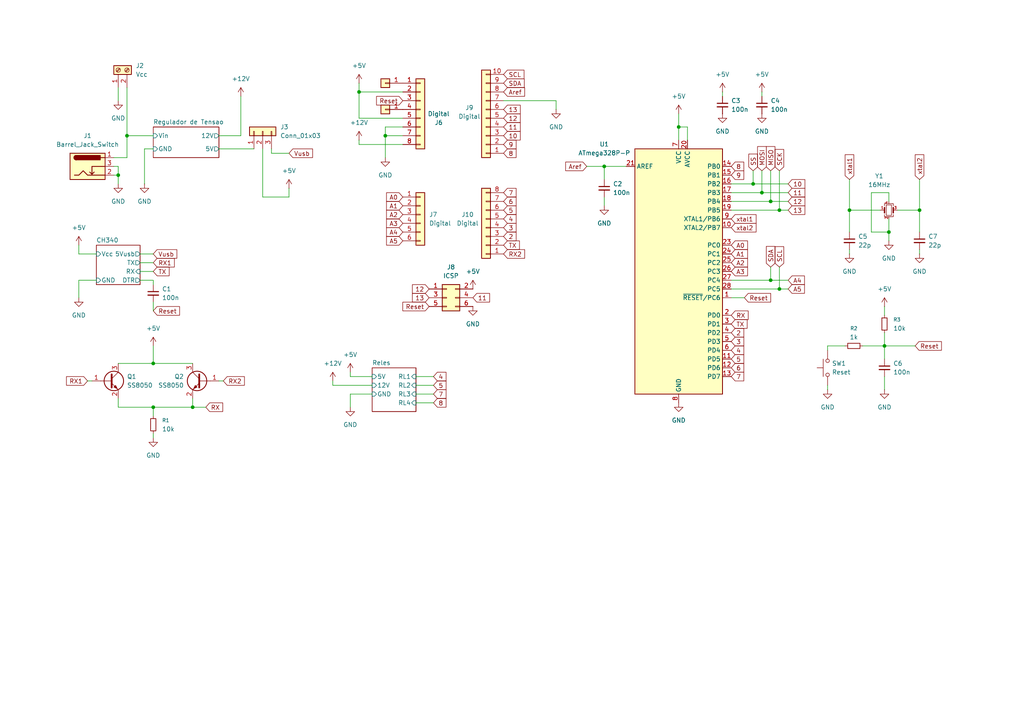
<source format=kicad_sch>
(kicad_sch (version 20250114) (generator "eeschema") (generator_version "9.0")
  (paper "A4")
  (title_block (title "My Custom Arduino") (date "2026-02-14"))
  (lib_symbols
    (symbol "Connector:Barrel_Jack_Switch" (pin_names (hide yes))
      (property "Reference" "J" (at 0 5.334 0))
      (property "Value" "Barrel_Jack_Switch" (at 0 -5.08 0))
      (symbol "Barrel_Jack_Switch_0_1"
        (rectangle (start -5.08 3.81) (end 5.08 -3.81) (stroke (width 0.254)) (fill (type background)))
        (polyline (pts (xy -3.81 -2.54) (xy -2.54 -2.54) (xy -1.27 -1.27) (xy 0 -2.54) (xy 2.54 -2.54) (xy 5.08 -2.54)) (stroke (width 0.254)))
        (arc (start -3.302 1.905) (mid -3.9343 2.54) (end -3.302 3.175) (stroke (width 0.254)))
        (arc (start -3.302 1.905) (mid -3.9343 2.54) (end -3.302 3.175) (stroke (width 0.254)) (fill (type outline)))
        (polyline (pts (xy 1.27 -2.286) (xy 1.905 -1.651)) (stroke (width 0.254)))
        (rectangle (start 3.683 3.175) (end -3.302 1.905) (stroke (width 0.254)) (fill (type outline)))
        (polyline (pts (xy 5.08 2.54) (xy 3.81 2.54)) (stroke (width 0.254)))
        (polyline (pts (xy 5.08 0) (xy 1.27 0) (xy 1.27 -2.286) (xy 0.635 -1.651)) (stroke (width 0.254)))
      )
      (symbol "Barrel_Jack_Switch_1_1"
        (pin passive line (at 7.62 2.54 180) (length 2.54) (name "~") (number "1"))
        (pin passive line (at 7.62 0 180) (length 2.54) (name "~") (number "3"))
        (pin passive line (at 7.62 -2.54 180) (length 2.54) (name "~") (number "2"))
      )
    )
    (symbol "Connector:Screw_Terminal_01x02" (pin_names (offset 1.016) (hide yes))
      (property "Reference" "J" (at 0 2.54 0))
      (property "Value" "Screw_Terminal_01x02" (at 0 -5.08 0))
      (symbol "Screw_Terminal_01x02_1_1"
        (rectangle (start -1.27 1.27) (end 1.27 -3.81) (stroke (width 0.254)) (fill (type background)))
        (polyline (pts (xy -0.5334 0.3302) (xy 0.3302 -0.508)) (stroke (width 0.1524)))
        (polyline (pts (xy -0.5334 -2.2098) (xy 0.3302 -3.048)) (stroke (width 0.1524)))
        (polyline (pts (xy -0.3556 0.508) (xy 0.508 -0.3302)) (stroke (width 0.1524)))
        (polyline (pts (xy -0.3556 -2.032) (xy 0.508 -2.8702)) (stroke (width 0.1524)))
        (circle (center 0 0) (radius 0.635) (stroke (width 0.1524)))
        (circle (center 0 -2.54) (radius 0.635) (stroke (width 0.1524)))
        (pin passive line (at -5.08 0 0) (length 3.81) (name "Pin_1") (number "1"))
        (pin passive line (at -5.08 -2.54 0) (length 3.81) (name "Pin_2") (number "2"))
      )
    )
    (symbol "Connector_Generic:Conn_01x01" (pin_names (offset 1.016) (hide yes))
      (property "Reference" "J" (at 0 2.54 0))
      (property "Value" "Conn_01x01" (at 0 -2.54 0))
      (symbol "Conn_01x01_1_1"
        (rectangle (start -1.27 1.27) (end 1.27 -1.27) (stroke (width 0.254)) (fill (type background)))
        (rectangle (start -1.27 0.127) (end 0 -0.127) (stroke (width 0.1524)))
        (pin passive line (at -5.08 0 0) (length 3.81) (name "Pin_1") (number "1"))
      )
    )
    (symbol "Connector_Generic:Conn_01x03" (pin_names (offset 1.016) (hide yes))
      (property "Reference" "J" (at 0 5.08 0))
      (property "Value" "Conn_01x03" (at 0 -5.08 0))
      (symbol "Conn_01x03_1_1"
        (rectangle (start -1.27 3.81) (end 1.27 -3.81) (stroke (width 0.254)) (fill (type background)))
        (rectangle (start -1.27 2.667) (end 0 2.413) (stroke (width 0.1524)))
        (rectangle (start -1.27 0.127) (end 0 -0.127) (stroke (width 0.1524)))
        (rectangle (start -1.27 -2.413) (end 0 -2.667) (stroke (width 0.1524)))
        (pin passive line (at -5.08 2.54 0) (length 3.81) (name "Pin_1") (number "1"))
        (pin passive line (at -5.08 0 0) (length 3.81) (name "Pin_2") (number "2"))
        (pin passive line (at -5.08 -2.54 0) (length 3.81) (name "Pin_3") (number "3"))
      )
    )
    (symbol "Connector_Generic:Conn_01x06" (pin_names (offset 1.016) (hide yes))
      (property "Reference" "J" (at 0 7.62 0))
      (property "Value" "Conn_01x06" (at 0 -10.16 0))
      (symbol "Conn_01x06_1_1"
        (rectangle (start -1.27 6.35) (end 1.27 -8.89) (stroke (width 0.254)) (fill (type background)))
        (rectangle (start -1.27 5.207) (end 0 4.953) (stroke (width 0.1524)))
        (rectangle (start -1.27 2.667) (end 0 2.413) (stroke (width 0.1524)))
        (rectangle (start -1.27 0.127) (end 0 -0.127) (stroke (width 0.1524)))
        (rectangle (start -1.27 -2.413) (end 0 -2.667) (stroke (width 0.1524)))
        (rectangle (start -1.27 -4.953) (end 0 -5.207) (stroke (width 0.1524)))
        (rectangle (start -1.27 -7.493) (end 0 -7.747) (stroke (width 0.1524)))
        (pin passive line (at -5.08 5.08 0) (length 3.81) (name "Pin_1") (number "1"))
        (pin passive line (at -5.08 2.54 0) (length 3.81) (name "Pin_2") (number "2"))
        (pin passive line (at -5.08 0 0) (length 3.81) (name "Pin_3") (number "3"))
        (pin passive line (at -5.08 -2.54 0) (length 3.81) (name "Pin_4") (number "4"))
        (pin passive line (at -5.08 -5.08 0) (length 3.81) (name "Pin_5") (number "5"))
        (pin passive line (at -5.08 -7.62 0) (length 3.81) (name "Pin_6") (number "6"))
      )
    )
    (symbol "Connector_Generic:Conn_01x08" (pin_names (offset 1.016) (hide yes))
      (property "Reference" "J" (at 0 10.16 0))
      (property "Value" "Conn_01x08" (at 0 -12.7 0))
      (symbol "Conn_01x08_1_1"
        (rectangle (start -1.27 8.89) (end 1.27 -11.43) (stroke (width 0.254)) (fill (type background)))
        (rectangle (start -1.27 7.747) (end 0 7.493) (stroke (width 0.1524)))
        (rectangle (start -1.27 5.207) (end 0 4.953) (stroke (width 0.1524)))
        (rectangle (start -1.27 2.667) (end 0 2.413) (stroke (width 0.1524)))
        (rectangle (start -1.27 0.127) (end 0 -0.127) (stroke (width 0.1524)))
        (rectangle (start -1.27 -2.413) (end 0 -2.667) (stroke (width 0.1524)))
        (rectangle (start -1.27 -4.953) (end 0 -5.207) (stroke (width 0.1524)))
        (rectangle (start -1.27 -7.493) (end 0 -7.747) (stroke (width 0.1524)))
        (rectangle (start -1.27 -10.033) (end 0 -10.287) (stroke (width 0.1524)))
        (pin passive line (at -5.08 7.62 0) (length 3.81) (name "Pin_1") (number "1"))
        (pin passive line (at -5.08 5.08 0) (length 3.81) (name "Pin_2") (number "2"))
        (pin passive line (at -5.08 2.54 0) (length 3.81) (name "Pin_3") (number "3"))
        (pin passive line (at -5.08 0 0) (length 3.81) (name "Pin_4") (number "4"))
        (pin passive line (at -5.08 -2.54 0) (length 3.81) (name "Pin_5") (number "5"))
        (pin passive line (at -5.08 -5.08 0) (length 3.81) (name "Pin_6") (number "6"))
        (pin passive line (at -5.08 -7.62 0) (length 3.81) (name "Pin_7") (number "7"))
        (pin passive line (at -5.08 -10.16 0) (length 3.81) (name "Pin_8") (number "8"))
      )
    )
    (symbol "Connector_Generic:Conn_01x10" (pin_names (offset 1.016) (hide yes))
      (property "Reference" "J" (at 0 12.7 0))
      (property "Value" "Conn_01x10" (at 0 -15.24 0))
      (symbol "Conn_01x10_1_1"
        (rectangle (start -1.27 11.43) (end 1.27 -13.97) (stroke (width 0.254)) (fill (type background)))
        (rectangle (start -1.27 10.287) (end 0 10.033) (stroke (width 0.1524)))
        (rectangle (start -1.27 7.747) (end 0 7.493) (stroke (width 0.1524)))
        (rectangle (start -1.27 5.207) (end 0 4.953) (stroke (width 0.1524)))
        (rectangle (start -1.27 2.667) (end 0 2.413) (stroke (width 0.1524)))
        (rectangle (start -1.27 0.127) (end 0 -0.127) (stroke (width 0.1524)))
        (rectangle (start -1.27 -2.413) (end 0 -2.667) (stroke (width 0.1524)))
        (rectangle (start -1.27 -4.953) (end 0 -5.207) (stroke (width 0.1524)))
        (rectangle (start -1.27 -7.493) (end 0 -7.747) (stroke (width 0.1524)))
        (rectangle (start -1.27 -10.033) (end 0 -10.287) (stroke (width 0.1524)))
        (rectangle (start -1.27 -12.573) (end 0 -12.827) (stroke (width 0.1524)))
        (pin passive line (at -5.08 10.16 0) (length 3.81) (name "Pin_1") (number "1"))
        (pin passive line (at -5.08 7.62 0) (length 3.81) (name "Pin_2") (number "2"))
        (pin passive line (at -5.08 5.08 0) (length 3.81) (name "Pin_3") (number "3"))
        (pin passive line (at -5.08 2.54 0) (length 3.81) (name "Pin_4") (number "4"))
        (pin passive line (at -5.08 0 0) (length 3.81) (name "Pin_5") (number "5"))
        (pin passive line (at -5.08 -2.54 0) (length 3.81) (name "Pin_6") (number "6"))
        (pin passive line (at -5.08 -5.08 0) (length 3.81) (name "Pin_7") (number "7"))
        (pin passive line (at -5.08 -7.62 0) (length 3.81) (name "Pin_8") (number "8"))
        (pin passive line (at -5.08 -10.16 0) (length 3.81) (name "Pin_9") (number "9"))
        (pin passive line (at -5.08 -12.7 0) (length 3.81) (name "Pin_10") (number "10"))
      )
    )
    (symbol "Connector_Generic:Conn_02x03_Odd_Even" (pin_names (offset 1.016) (hide yes))
      (property "Reference" "J" (at 1.27 5.08 0))
      (property "Value" "Conn_02x03_Odd_Even" (at 1.27 -5.08 0))
      (symbol "Conn_02x03_Odd_Even_1_1"
        (rectangle (start -1.27 3.81) (end 3.81 -3.81) (stroke (width 0.254)) (fill (type background)))
        (rectangle (start -1.27 2.667) (end 0 2.413) (stroke (width 0.1524)))
        (rectangle (start -1.27 0.127) (end 0 -0.127) (stroke (width 0.1524)))
        (rectangle (start -1.27 -2.413) (end 0 -2.667) (stroke (width 0.1524)))
        (rectangle (start 3.81 2.667) (end 2.54 2.413) (stroke (width 0.1524)))
        (rectangle (start 3.81 0.127) (end 2.54 -0.127) (stroke (width 0.1524)))
        (rectangle (start 3.81 -2.413) (end 2.54 -2.667) (stroke (width 0.1524)))
        (pin passive line (at -5.08 2.54 0) (length 3.81) (name "Pin_1") (number "1"))
        (pin passive line (at -5.08 0 0) (length 3.81) (name "Pin_3") (number "3"))
        (pin passive line (at -5.08 -2.54 0) (length 3.81) (name "Pin_5") (number "5"))
        (pin passive line (at 7.62 2.54 180) (length 3.81) (name "Pin_2") (number "2"))
        (pin passive line (at 7.62 0 180) (length 3.81) (name "Pin_4") (number "4"))
        (pin passive line (at 7.62 -2.54 180) (length 3.81) (name "Pin_6") (number "6"))
      )
    )
    (symbol "Device:C_Small" (pin_numbers (hide yes)) (pin_names (offset 0.254) (hide yes))
      (property "Reference" "C" (at 0.254 1.778 0))
      (property "Value" "C_Small" (at 0.254 -2.032 0))
      (symbol "C_Small_0_1"
        (polyline (pts (xy -1.524 0.508) (xy 1.524 0.508)) (stroke (width 0.3048)))
        (polyline (pts (xy -1.524 -0.508) (xy 1.524 -0.508)) (stroke (width 0.3302)))
      )
      (symbol "C_Small_1_1"
        (pin passive line (at 0 2.54 270) (length 2.032) (name "~") (number "1"))
        (pin passive line (at 0 -2.54 90) (length 2.032) (name "~") (number "2"))
      )
    )
    (symbol "Device:Crystal_GND24_Small" (pin_names (offset 1.016) (hide yes))
      (property "Reference" "Y" (at 1.27 4.445 0))
      (property "Value" "Crystal_GND24_Small" (at 1.27 2.54 0))
      (symbol "Crystal_GND24_Small_0_1"
        (polyline (pts (xy -1.27 1.27) (xy -1.27 1.905) (xy 1.27 1.905) (xy 1.27 1.27)))
        (polyline (pts (xy -1.27 -0.762) (xy -1.27 0.762)) (stroke (width 0.381)))
        (polyline (pts (xy -1.27 -1.27) (xy -1.27 -1.905) (xy 1.27 -1.905) (xy 1.27 -1.27)))
        (rectangle (start -0.762 -1.524) (end 0.762 1.524))
        (polyline (pts (xy 1.27 -0.762) (xy 1.27 0.762)) (stroke (width 0.381)))
      )
      (symbol "Crystal_GND24_Small_1_1"
        (pin passive line (at -2.54 0 0) (length 1.27) (name "1") (number "1"))
        (pin passive line (at 0 2.54 270) (length 0.635) (name "4") (number "4"))
        (pin passive line (at 0 -2.54 90) (length 0.635) (name "2") (number "2"))
        (pin passive line (at 2.54 0 180) (length 1.27) (name "3") (number "3"))
      )
    )
    (symbol "Device:R_Small" (pin_numbers (hide yes)) (pin_names (offset 0.254) (hide yes))
      (property "Reference" "R" (at 0 0 90))
      (property "Value" "R_Small" (at 1.778 0 90))
      (symbol "R_Small_0_1"
        (rectangle (start -0.762 1.778) (end 0.762 -1.778) (stroke (width 0.2032)))
      )
      (symbol "R_Small_1_1"
        (pin passive line (at 0 2.54 270) (length 0.762) (name "~") (number "1"))
        (pin passive line (at 0 -2.54 90) (length 0.762) (name "~") (number "2"))
      )
    )
    (symbol "MCU_Microchip_ATmega:ATmega328P-P"
      (property "Reference" "U" (at -12.7 36.83 0))
      (property "Value" "ATmega328P-P" (at 2.54 -36.83 0))
      (symbol "ATmega328P-P_0_1"
        (rectangle (start -12.7 -35.56) (end 12.7 35.56) (stroke (width 0.254)) (fill (type background)))
      )
      (symbol "ATmega328P-P_1_1"
        (pin passive line (at -15.24 30.48 0) (length 2.54) (name "AREF") (number "21"))
        (pin power_in line (at 0 38.1 270) (length 2.54) (name "VCC") (number "7"))
        (pin passive line (at 0 -38.1 90) (length 2.54) (hide yes) (name "GND") (number "22"))
        (pin power_in line (at 0 -38.1 90) (length 2.54) (name "GND") (number "8"))
        (pin power_in line (at 2.54 38.1 270) (length 2.54) (name "AVCC") (number "20"))
        (pin bidirectional line (at 15.24 30.48 180) (length 2.54) (name "PB0") (number "14"))
        (pin bidirectional line (at 15.24 27.94 180) (length 2.54) (name "PB1") (number "15"))
        (pin bidirectional line (at 15.24 25.4 180) (length 2.54) (name "PB2") (number "16"))
        (pin bidirectional line (at 15.24 22.86 180) (length 2.54) (name "PB3") (number "17"))
        (pin bidirectional line (at 15.24 20.32 180) (length 2.54) (name "PB4") (number "18"))
        (pin bidirectional line (at 15.24 17.78 180) (length 2.54) (name "PB5") (number "19"))
        (pin bidirectional line (at 15.24 15.24 180) (length 2.54) (name "XTAL1/PB6") (number "9"))
        (pin bidirectional line (at 15.24 12.7 180) (length 2.54) (name "XTAL2/PB7") (number "10"))
        (pin bidirectional line (at 15.24 7.62 180) (length 2.54) (name "PC0") (number "23"))
        (pin bidirectional line (at 15.24 5.08 180) (length 2.54) (name "PC1") (number "24"))
        (pin bidirectional line (at 15.24 2.54 180) (length 2.54) (name "PC2") (number "25"))
        (pin bidirectional line (at 15.24 0 180) (length 2.54) (name "PC3") (number "26"))
        (pin bidirectional line (at 15.24 -2.54 180) (length 2.54) (name "PC4") (number "27"))
        (pin bidirectional line (at 15.24 -5.08 180) (length 2.54) (name "PC5") (number "28"))
        (pin bidirectional line (at 15.24 -7.62 180) (length 2.54) (name "~{RESET}/PC6") (number "1"))
        (pin bidirectional line (at 15.24 -12.7 180) (length 2.54) (name "PD0") (number "2"))
        (pin bidirectional line (at 15.24 -15.24 180) (length 2.54) (name "PD1") (number "3"))
        (pin bidirectional line (at 15.24 -17.78 180) (length 2.54) (name "PD2") (number "4"))
        (pin bidirectional line (at 15.24 -20.32 180) (length 2.54) (name "PD3") (number "5"))
        (pin bidirectional line (at 15.24 -22.86 180) (length 2.54) (name "PD4") (number "6"))
        (pin bidirectional line (at 15.24 -25.4 180) (length 2.54) (name "PD5") (number "11"))
        (pin bidirectional line (at 15.24 -27.94 180) (length 2.54) (name "PD6") (number "12"))
        (pin bidirectional line (at 15.24 -30.48 180) (length 2.54) (name "PD7") (number "13"))
      )
    )
    (symbol "Switch:SW_MEC_5G" (pin_numbers (hide yes)) (pin_names (offset 1.016) (hide yes))
      (property "Reference" "SW" (at 1.27 2.54 0))
      (property "Value" "SW_MEC_5G" (at 0 -1.524 0))
      (symbol "SW_MEC_5G_0_1"
        (circle (center -2.032 0) (radius 0.508))
        (polyline (pts (xy 0 1.27) (xy 0 3.048)))
        (circle (center 2.032 0) (radius 0.508))
        (polyline (pts (xy 2.54 1.27) (xy -2.54 1.27)))
        (pin passive line (at -5.08 0 0) (length 2.54) (name "A") (number "1"))
        (pin passive line (at 5.08 0 180) (length 2.54) (name "B") (number "3"))
      )
      (symbol "SW_MEC_5G_1_1"
        (pin passive line (at -5.08 0 0) (length 2.54) (hide yes) (name "A") (number "2"))
        (pin passive line (at 5.08 0 180) (length 2.54) (hide yes) (name "B") (number "4"))
      )
    )
    (symbol "Transistor_BJT:SS8050" (pin_names (offset 0) (hide yes))
      (property "Reference" "Q" (at 5.08 1.905 0))
      (property "Value" "SS8050" (at 5.08 0 0))
      (symbol "SS8050_0_1"
        (polyline (pts (xy -2.54 0) (xy 0.635 0)))
        (polyline (pts (xy 0.635 1.905) (xy 0.635 -1.905)) (stroke (width 0.508)))
        (circle (center 1.27 0) (radius 2.8194) (stroke (width 0.254)))
      )
      (symbol "SS8050_1_1"
        (polyline (pts (xy 0.635 0.635) (xy 2.54 2.54)))
        (polyline (pts (xy 0.635 -0.635) (xy 2.54 -2.54)))
        (polyline (pts (xy 1.27 -1.778) (xy 1.778 -1.27) (xy 2.286 -2.286) (xy 1.27 -1.778)) (fill (type outline)))
        (pin input line (at -5.08 0 0) (length 2.54) (name "B") (number "1"))
        (pin passive line (at 2.54 5.08 270) (length 2.54) (name "C") (number "3"))
        (pin passive line (at 2.54 -5.08 90) (length 2.54) (name "E") (number "2"))
      )
    )
    (symbol "power:+12V" (power) (pin_numbers (hide yes)) (pin_names (offset 0) (hide yes))
      (property "Value" "+12V" (at 0 3.556 0))
      (symbol "+12V_0_1"
        (polyline (pts (xy -0.762 1.27) (xy 0 2.54)))
        (polyline (pts (xy 0 2.54) (xy 0.762 1.27)))
        (polyline (pts (xy 0 0) (xy 0 2.54)))
      )
      (symbol "+12V_1_1"
        (pin power_in line (at 0 0 90) (length 0) (name "~") (number "1"))
      )
    )
    (symbol "power:+5V" (power) (pin_numbers (hide yes)) (pin_names (offset 0) (hide yes))
      (property "Value" "+5V" (at 0 3.556 0))
      (symbol "+5V_0_1"
        (polyline (pts (xy -0.762 1.27) (xy 0 2.54)))
        (polyline (pts (xy 0 2.54) (xy 0.762 1.27)))
        (polyline (pts (xy 0 0) (xy 0 2.54)))
      )
      (symbol "+5V_1_1"
        (pin power_in line (at 0 0 90) (length 0) (name "~") (number "1"))
      )
    )
    (symbol "power:GND" (power) (pin_numbers (hide yes)) (pin_names (offset 0) (hide yes))
      (property "Value" "GND" (at 0 -3.81 0))
      (symbol "GND_0_1"
        (polyline (pts (xy 0 0) (xy 0 -1.27) (xy 1.27 -1.27) (xy 0 -2.54) (xy -1.27 -1.27) (xy 0 -1.27)))
      )
      (symbol "GND_1_1"
        (pin power_in line (at 0 0 270) (length 0) (name "~") (number "1"))
      )
    )
  )
  (junction (at 223.52 81.28))
  (junction (at 55.88 118.11))
  (junction (at 257.81 67.31))
  (junction (at 223.52 58.42))
  (junction (at 226.06 83.82))
  (junction (at 196.85 36.83))
  (junction (at 111.76 39.37))
  (junction (at 256.54 100.33))
  (junction (at 44.45 105.41))
  (junction (at 266.7 60.96))
  (junction (at 104.14 26.67))
  (junction (at 218.44 53.34))
  (junction (at 220.98 55.88))
  (junction (at 34.29 50.8))
  (junction (at 44.45 118.11))
  (junction (at 175.26 48.26))
  (junction (at 226.06 60.96))
  (junction (at 246.38 60.96))
  (junction (at 36.83 39.37))
  (wire (pts (xy 256.54 100.33) (xy 265.43 100.33)))
  (wire (pts (xy 220.98 55.88) (xy 228.6 55.88)))
  (wire (pts (xy 40.64 76.2) (xy 44.45 76.2)))
  (wire (pts (xy 40.64 73.66) (xy 44.45 73.66)))
  (wire (pts (xy 218.44 53.34) (xy 228.6 53.34)))
  (wire (pts (xy 212.09 83.82) (xy 226.06 83.82)))
  (wire (pts (xy 33.02 50.8) (xy 34.29 50.8)))
  (wire (pts (xy 33.02 48.26) (xy 34.29 48.26)))
  (wire (pts (xy 76.2 57.15) (xy 83.82 57.15)))
  (wire (pts (xy 33.02 45.72) (xy 36.83 45.72)))
  (wire (pts (xy 212.09 58.42) (xy 223.52 58.42)))
  (wire (pts (xy 220.98 49.53) (xy 220.98 55.88)))
  (wire (pts (xy 246.38 52.07) (xy 246.38 60.96)))
  (wire (pts (xy 120.65 109.22) (xy 125.73 109.22)))
  (wire (pts (xy 104.14 26.67) (xy 104.14 24.13)))
  (wire (pts (xy 101.6 109.22) (xy 101.6 107.95)))
  (wire (pts (xy 209.55 26.67) (xy 209.55 27.94)))
  (wire (pts (xy 175.26 48.26) (xy 181.61 48.26)))
  (wire (pts (xy 212.09 55.88) (xy 220.98 55.88)))
  (wire (pts (xy 34.29 50.8) (xy 34.29 53.34)))
  (wire (pts (xy 44.45 43.18) (xy 41.91 43.18)))
  (wire (pts (xy 44.45 87.63) (xy 44.45 90.17)))
  (wire (pts (xy 34.29 105.41) (xy 44.45 105.41)))
  (wire (pts (xy 226.06 77.47) (xy 226.06 83.82)))
  (wire (pts (xy 246.38 72.39) (xy 246.38 73.66)))
  (wire (pts (xy 34.29 48.26) (xy 34.29 50.8)))
  (wire (pts (xy 266.7 72.39) (xy 266.7 73.66)))
  (wire (pts (xy 44.45 100.33) (xy 44.45 105.41)))
  (wire (pts (xy 266.7 60.96) (xy 266.7 67.31)))
  (wire (pts (xy 212.09 81.28) (xy 223.52 81.28)))
  (wire (pts (xy 260.35 60.96) (xy 266.7 60.96)))
  (wire (pts (xy 120.65 111.76) (xy 125.73 111.76)))
  (wire (pts (xy 22.86 71.12) (xy 22.86 73.66)))
  (wire (pts (xy 116.84 34.29) (xy 104.14 34.29)))
  (wire (pts (xy 27.94 81.28) (xy 22.86 81.28)))
  (wire (pts (xy 246.38 60.96) (xy 255.27 60.96)))
  (wire (pts (xy 212.09 53.34) (xy 218.44 53.34)))
  (wire (pts (xy 83.82 57.15) (xy 83.82 54.61)))
  (wire (pts (xy 104.14 26.67) (xy 116.84 26.67)))
  (wire (pts (xy 76.2 43.18) (xy 76.2 57.15)))
  (wire (pts (xy 78.74 43.18) (xy 78.74 44.45)))
  (wire (pts (xy 257.81 67.31) (xy 257.81 69.85)))
  (wire (pts (xy 40.64 78.74) (xy 44.45 78.74)))
  (wire (pts (xy 196.85 36.83) (xy 196.85 40.64)))
  (wire (pts (xy 44.45 125.73) (xy 44.45 127)))
  (wire (pts (xy 257.81 55.88) (xy 252.73 55.88)))
  (wire (pts (xy 34.29 118.11) (xy 34.29 115.57)))
  (wire (pts (xy 69.85 27.94) (xy 69.85 39.37)))
  (wire (pts (xy 256.54 109.22) (xy 256.54 113.03)))
  (wire (pts (xy 256.54 100.33) (xy 256.54 104.14)))
  (wire (pts (xy 223.52 49.53) (xy 223.52 58.42)))
  (wire (pts (xy 199.39 36.83) (xy 196.85 36.83)))
  (wire (pts (xy 107.95 114.3) (xy 101.6 114.3)))
  (wire (pts (xy 223.52 81.28) (xy 228.6 81.28)))
  (wire (pts (xy 41.91 43.18) (xy 41.91 53.34)))
  (wire (pts (xy 212.09 60.96) (xy 226.06 60.96)))
  (wire (pts (xy 104.14 41.91) (xy 104.14 40.64)))
  (wire (pts (xy 196.85 33.02) (xy 196.85 36.83)))
  (wire (pts (xy 266.7 52.07) (xy 266.7 60.96)))
  (wire (pts (xy 120.65 114.3) (xy 125.73 114.3)))
  (wire (pts (xy 257.81 55.88) (xy 257.81 58.42)))
  (wire (pts (xy 111.76 39.37) (xy 116.84 39.37)))
  (wire (pts (xy 22.86 73.66) (xy 27.94 73.66)))
  (wire (pts (xy 104.14 34.29) (xy 104.14 26.67)))
  (wire (pts (xy 55.88 118.11) (xy 59.69 118.11)))
  (wire (pts (xy 212.09 86.36) (xy 215.9 86.36)))
  (wire (pts (xy 175.26 57.15) (xy 175.26 59.69)))
  (wire (pts (xy 78.74 44.45) (xy 83.82 44.45)))
  (wire (pts (xy 40.64 81.28) (xy 44.45 81.28)))
  (wire (pts (xy 55.88 118.11) (xy 55.88 115.57)))
  (wire (pts (xy 199.39 40.64) (xy 199.39 36.83)))
  (wire (pts (xy 226.06 49.53) (xy 226.06 60.96)))
  (wire (pts (xy 44.45 105.41) (xy 55.88 105.41)))
  (wire (pts (xy 223.52 77.47) (xy 223.52 81.28)))
  (wire (pts (xy 252.73 67.31) (xy 257.81 67.31)))
  (wire (pts (xy 44.45 118.11) (xy 55.88 118.11)))
  (wire (pts (xy 111.76 36.83) (xy 116.84 36.83)))
  (wire (pts (xy 25.4 110.49) (xy 26.67 110.49)))
  (wire (pts (xy 111.76 39.37) (xy 111.76 36.83)))
  (wire (pts (xy 240.03 100.33) (xy 240.03 101.6)))
  (wire (pts (xy 252.73 55.88) (xy 252.73 67.31)))
  (wire (pts (xy 101.6 114.3) (xy 101.6 118.11)))
  (wire (pts (xy 223.52 58.42) (xy 228.6 58.42)))
  (wire (pts (xy 250.19 100.33) (xy 256.54 100.33)))
  (wire (pts (xy 34.29 118.11) (xy 44.45 118.11)))
  (wire (pts (xy 245.11 100.33) (xy 240.03 100.33)))
  (wire (pts (xy 170.18 48.26) (xy 175.26 48.26)))
  (wire (pts (xy 226.06 60.96) (xy 228.6 60.96)))
  (wire (pts (xy 107.95 109.22) (xy 101.6 109.22)))
  (wire (pts (xy 44.45 81.28) (xy 44.45 82.55)))
  (wire (pts (xy 246.38 67.31) (xy 246.38 60.96)))
  (wire (pts (xy 175.26 48.26) (xy 175.26 52.07)))
  (wire (pts (xy 226.06 83.82) (xy 228.6 83.82)))
  (wire (pts (xy 36.83 45.72) (xy 36.83 39.37)))
  (wire (pts (xy 36.83 39.37) (xy 44.45 39.37)))
  (wire (pts (xy 44.45 118.11) (xy 44.45 120.65)))
  (wire (pts (xy 256.54 96.52) (xy 256.54 100.33)))
  (wire (pts (xy 257.81 63.5) (xy 257.81 67.31)))
  (wire (pts (xy 69.85 39.37) (xy 63.5 39.37)))
  (wire (pts (xy 63.5 43.18) (xy 73.66 43.18)))
  (wire (pts (xy 22.86 81.28) (xy 22.86 86.36)))
  (wire (pts (xy 34.29 25.4) (xy 34.29 29.21)))
  (wire (pts (xy 161.29 29.21) (xy 161.29 31.75)))
  (wire (pts (xy 36.83 25.4) (xy 36.83 39.37)))
  (wire (pts (xy 116.84 41.91) (xy 104.14 41.91)))
  (wire (pts (xy 240.03 111.76) (xy 240.03 113.03)))
  (wire (pts (xy 146.05 29.21) (xy 161.29 29.21)))
  (wire (pts (xy 111.76 45.72) (xy 111.76 39.37)))
  (wire (pts (xy 218.44 49.53) (xy 218.44 53.34)))
  (wire (pts (xy 96.52 111.76) (xy 107.95 111.76)))
  (wire (pts (xy 220.98 26.67) (xy 220.98 27.94)))
  (wire (pts (xy 256.54 88.9) (xy 256.54 91.44)))
  (wire (pts (xy 96.52 110.49) (xy 96.52 111.76)))
  (wire (pts (xy 120.65 116.84) (xy 125.73 116.84)))
  (wire (pts (xy 63.5 110.49) (xy 64.77 110.49)))
  (global_label "MOSI" (shape input) (at 220.98 49.53 90) (property "Intersheetrefs" "${INTERSHEET_REFS}" (effects (hide yes))))
  (global_label "Reset" (shape input) (at 265.43 100.33 0) (property "Intersheetrefs" "${INTERSHEET_REFS}" (effects (hide yes))))
  (global_label "A4" (shape input) (at 116.84 67.31 180) (property "Intersheetrefs" "${INTERSHEET_REFS}" (effects (hide yes))))
  (global_label "Vusb" (shape input) (at 44.45 73.66 0) (property "Intersheetrefs" "${INTERSHEET_REFS}" (effects (hide yes))))
  (global_label "7" (shape input) (at 125.73 114.3 0) (property "Intersheetrefs" "${INTERSHEET_REFS}" (effects (hide yes))))
  (global_label "12" (shape input) (at 124.46 83.82 180) (property "Intersheetrefs" "${INTERSHEET_REFS}" (effects (hide yes))))
  (global_label "Reset" (shape input) (at 124.46 88.9 180) (property "Intersheetrefs" "${INTERSHEET_REFS}" (effects (hide yes))))
  (global_label "SCL" (shape input) (at 146.05 21.59 0) (property "Intersheetrefs" "${INTERSHEET_REFS}" (effects (hide yes))))
  (global_label "SDA" (shape input) (at 223.52 77.47 90) (property "Intersheetrefs" "${INTERSHEET_REFS}" (effects (hide yes))))
  (global_label "12" (shape input) (at 228.6 58.42 0) (property "Intersheetrefs" "${INTERSHEET_REFS}" (effects (hide yes))))
  (global_label "6" (shape input) (at 146.05 58.42 0) (property "Intersheetrefs" "${INTERSHEET_REFS}" (effects (hide yes))))
  (global_label "TX" (shape input) (at 212.09 93.98 0) (property "Intersheetrefs" "${INTERSHEET_REFS}" (effects (hide yes))))
  (global_label "Reset" (shape input) (at 44.45 90.17 0) (property "Intersheetrefs" "${INTERSHEET_REFS}" (effects (hide yes))))
  (global_label "xtal1" (shape input) (at 212.09 63.5 0) (property "Intersheetrefs" "${INTERSHEET_REFS}" (effects (hide yes))))
  (global_label "xtal1" (shape input) (at 246.38 52.07 90) (property "Intersheetrefs" "${INTERSHEET_REFS}" (effects (hide yes))))
  (global_label "5" (shape input) (at 212.09 104.14 0) (property "Intersheetrefs" "${INTERSHEET_REFS}" (effects (hide yes))))
  (global_label "10" (shape input) (at 228.6 53.34 0) (property "Intersheetrefs" "${INTERSHEET_REFS}" (effects (hide yes))))
  (global_label "A1" (shape input) (at 116.84 59.69 180) (property "Intersheetrefs" "${INTERSHEET_REFS}" (effects (hide yes))))
  (global_label "11" (shape input) (at 146.05 36.83 0) (property "Intersheetrefs" "${INTERSHEET_REFS}" (effects (hide yes))))
  (global_label "13" (shape input) (at 146.05 31.75 0) (property "Intersheetrefs" "${INTERSHEET_REFS}" (effects (hide yes))))
  (global_label "11" (shape input) (at 228.6 55.88 0) (property "Intersheetrefs" "${INTERSHEET_REFS}" (effects (hide yes))))
  (global_label "Reset" (shape input) (at 215.9 86.36 0) (property "Intersheetrefs" "${INTERSHEET_REFS}" (effects (hide yes))))
  (global_label "4" (shape input) (at 125.73 109.22 0) (property "Intersheetrefs" "${INTERSHEET_REFS}" (effects (hide yes))))
  (global_label "10" (shape input) (at 146.05 39.37 0) (property "Intersheetrefs" "${INTERSHEET_REFS}" (effects (hide yes))))
  (global_label "RX" (shape input) (at 212.09 91.44 0) (property "Intersheetrefs" "${INTERSHEET_REFS}" (effects (hide yes))))
  (global_label "3" (shape input) (at 146.05 66.04 0) (property "Intersheetrefs" "${INTERSHEET_REFS}" (effects (hide yes))))
  (global_label "SCL" (shape input) (at 226.06 77.47 90) (property "Intersheetrefs" "${INTERSHEET_REFS}" (effects (hide yes))))
  (global_label "A5" (shape input) (at 116.84 69.85 180) (property "Intersheetrefs" "${INTERSHEET_REFS}" (effects (hide yes))))
  (global_label "RX1" (shape input) (at 44.45 76.2 0) (property "Intersheetrefs" "${INTERSHEET_REFS}" (effects (hide yes))))
  (global_label "Aref" (shape input) (at 146.05 26.67 0) (property "Intersheetrefs" "${INTERSHEET_REFS}" (effects (hide yes))))
  (global_label "4" (shape input) (at 146.05 63.5 0) (property "Intersheetrefs" "${INTERSHEET_REFS}" (effects (hide yes))))
  (global_label "RX2" (shape input) (at 146.05 73.66 0) (property "Intersheetrefs" "${INTERSHEET_REFS}" (effects (hide yes))))
  (global_label "8" (shape input) (at 212.09 48.26 0) (property "Intersheetrefs" "${INTERSHEET_REFS}" (effects (hide yes))))
  (global_label "RX1" (shape input) (at 25.4 110.49 180) (property "Intersheetrefs" "${INTERSHEET_REFS}" (effects (hide yes))))
  (global_label "5" (shape input) (at 146.05 60.96 0) (property "Intersheetrefs" "${INTERSHEET_REFS}" (effects (hide yes))))
  (global_label "6" (shape input) (at 212.09 106.68 0) (property "Intersheetrefs" "${INTERSHEET_REFS}" (effects (hide yes))))
  (global_label "SCK" (shape input) (at 226.06 49.53 90) (property "Intersheetrefs" "${INTERSHEET_REFS}" (effects (hide yes))))
  (global_label "SDA" (shape input) (at 146.05 24.13 0) (property "Intersheetrefs" "${INTERSHEET_REFS}" (effects (hide yes))))
  (global_label "7" (shape input) (at 212.09 109.22 0) (property "Intersheetrefs" "${INTERSHEET_REFS}" (effects (hide yes))))
  (global_label "A2" (shape input) (at 116.84 62.23 180) (property "Intersheetrefs" "${INTERSHEET_REFS}" (effects (hide yes))))
  (global_label "xtal2" (shape input) (at 266.7 52.07 90) (property "Intersheetrefs" "${INTERSHEET_REFS}" (effects (hide yes))))
  (global_label "TX" (shape input) (at 44.45 78.74 0) (property "Intersheetrefs" "${INTERSHEET_REFS}" (effects (hide yes))))
  (global_label "A0" (shape input) (at 212.09 71.12 0) (property "Intersheetrefs" "${INTERSHEET_REFS}" (effects (hide yes))))
  (global_label "12" (shape input) (at 146.05 34.29 0) (property "Intersheetrefs" "${INTERSHEET_REFS}" (effects (hide yes))))
  (global_label "Aref" (shape input) (at 170.18 48.26 180) (property "Intersheetrefs" "${INTERSHEET_REFS}" (effects (hide yes))))
  (global_label "8" (shape input) (at 125.73 116.84 0) (property "Intersheetrefs" "${INTERSHEET_REFS}" (effects (hide yes))))
  (global_label "2" (shape input) (at 146.05 68.58 0) (property "Intersheetrefs" "${INTERSHEET_REFS}" (effects (hide yes))))
  (global_label "2" (shape input) (at 212.09 96.52 0) (property "Intersheetrefs" "${INTERSHEET_REFS}" (effects (hide yes))))
  (global_label "Reset" (shape input) (at 116.84 29.21 180) (property "Intersheetrefs" "${INTERSHEET_REFS}" (effects (hide yes))))
  (global_label "RX2" (shape input) (at 64.77 110.49 0) (property "Intersheetrefs" "${INTERSHEET_REFS}" (effects (hide yes))))
  (global_label "A3" (shape input) (at 116.84 64.77 180) (property "Intersheetrefs" "${INTERSHEET_REFS}" (effects (hide yes))))
  (global_label "A4" (shape input) (at 228.6 81.28 0) (property "Intersheetrefs" "${INTERSHEET_REFS}" (effects (hide yes))))
  (global_label "A5" (shape input) (at 228.6 83.82 0) (property "Intersheetrefs" "${INTERSHEET_REFS}" (effects (hide yes))))
  (global_label "A3" (shape input) (at 212.09 78.74 0) (property "Intersheetrefs" "${INTERSHEET_REFS}" (effects (hide yes))))
  (global_label "xtal2" (shape input) (at 212.09 66.04 0) (property "Intersheetrefs" "${INTERSHEET_REFS}" (effects (hide yes))))
  (global_label "A2" (shape input) (at 212.09 76.2 0) (property "Intersheetrefs" "${INTERSHEET_REFS}" (effects (hide yes))))
  (global_label "A1" (shape input) (at 212.09 73.66 0) (property "Intersheetrefs" "${INTERSHEET_REFS}" (effects (hide yes))))
  (global_label "RX" (shape input) (at 59.69 118.11 0) (property "Intersheetrefs" "${INTERSHEET_REFS}" (effects (hide yes))))
  (global_label "A0" (shape input) (at 116.84 57.15 180) (property "Intersheetrefs" "${INTERSHEET_REFS}" (effects (hide yes))))
  (global_label "13" (shape input) (at 228.6 60.96 0) (property "Intersheetrefs" "${INTERSHEET_REFS}" (effects (hide yes))))
  (global_label "SS" (shape input) (at 218.44 49.53 90) (property "Intersheetrefs" "${INTERSHEET_REFS}" (effects (hide yes))))
  (global_label "Vusb" (shape input) (at 83.82 44.45 0) (property "Intersheetrefs" "${INTERSHEET_REFS}" (effects (hide yes))))
  (global_label "7" (shape input) (at 146.05 55.88 0) (property "Intersheetrefs" "${INTERSHEET_REFS}" (effects (hide yes))))
  (global_label "4" (shape input) (at 212.09 101.6 0) (property "Intersheetrefs" "${INTERSHEET_REFS}" (effects (hide yes))))
  (global_label "13" (shape input) (at 124.46 86.36 180) (property "Intersheetrefs" "${INTERSHEET_REFS}" (effects (hide yes))))
  (global_label "9" (shape input) (at 146.05 41.91 0) (property "Intersheetrefs" "${INTERSHEET_REFS}" (effects (hide yes))))
  (global_label "MISO" (shape input) (at 223.52 49.53 90) (property "Intersheetrefs" "${INTERSHEET_REFS}" (effects (hide yes))))
  (global_label "3" (shape input) (at 212.09 99.06 0) (property "Intersheetrefs" "${INTERSHEET_REFS}" (effects (hide yes))))
  (global_label "11" (shape input) (at 137.16 86.36 0) (property "Intersheetrefs" "${INTERSHEET_REFS}" (effects (hide yes))))
  (global_label "TX" (shape input) (at 146.05 71.12 0) (property "Intersheetrefs" "${INTERSHEET_REFS}" (effects (hide yes))))
  (global_label "8" (shape input) (at 146.05 44.45 0) (property "Intersheetrefs" "${INTERSHEET_REFS}" (effects (hide yes))))
  (global_label "5" (shape input) (at 125.73 111.76 0) (property "Intersheetrefs" "${INTERSHEET_REFS}" (effects (hide yes))))
  (global_label "9" (shape input) (at 212.09 50.8 0) (property "Intersheetrefs" "${INTERSHEET_REFS}" (effects (hide yes))))
  (symbol (lib_id "Connector_Generic:Conn_01x06") (at 121.92 62.23 0) (unit 1)
    (property "Reference" "J7" (at 124.46 62.2299 0) (effects (justify left)))
    (property "Value" "Digital" (at 124.46 64.7699 0) (effects (justify left)))
    (property "Description" "Generic connector, single row, 01x06, script generated (kicad-library-utils/schlib/autogen/connector/)" (effects (hide yes)))
  )
  (symbol (lib_id "power:GND") (at 34.29 29.21 0) (unit 1)
    (property "Reference" "#PWR03" (effects (hide yes)))
    (property "Value" "GND" (at 34.29 34.29 0))
    (property "Description" "Power symbol creates a global label with name \"GND\" , ground" (effects (hide yes)))
  )
  (symbol (lib_id "Transistor_BJT:SS8050") (at 58.42 110.49 0) (mirror y) (unit 1)
    (property "Reference" "Q2" (at 53.34 109.2199 0) (effects (justify left)))
    (property "Value" "SS8050" (at 53.34 111.7599 0) (effects (justify left)))
    (property "Footprint" "Package_TO_SOT_SMD:SOT-23" (effects (hide yes)))
    (property "Datasheet" "http://www.secosgmbh.com/datasheet/products/SSMPTransistor/SOT-23/SS8050.pdf" (effects (hide yes)))
    (property "Description" "General Purpose NPN Transistor, 1.5A Ic, 25V Vce, SOT-23" (effects (hide yes)))
  )
  (symbol (lib_id "power:GND") (at 240.03 113.03 0) (unit 1)
    (property "Reference" "#PWR023" (effects (hide yes)))
    (property "Value" "GND" (at 240.03 118.11 0))
    (property "Description" "Power symbol creates a global label with name \"GND\" , ground" (effects (hide yes)))
  )
  (symbol (lib_id "Device:C_Small") (at 209.55 30.48 0) (unit 1)
    (property "Reference" "C3" (at 212.09 29.2162 0) (effects (justify left)))
    (property "Value" "100n" (at 212.09 31.7562 0) (effects (justify left)))
    (property "Description" "Unpolarized capacitor, small symbol" (effects (hide yes)))
  )
  (symbol (lib_id "Connector_Generic:Conn_01x01") (at 111.76 31.75 180) (unit 1)
    (property "Reference" "J5" (effects (hide yes)))
    (property "Value" "Conn_01x01" (effects (hide yes)))
    (property "Description" "Generic connector, single row, 01x01, script generated (kicad-library-utils/schlib/autogen/connector/)" (effects (hide yes)))
  )
  (symbol (lib_id "power:+5V") (at 83.82 54.61 0) (unit 1)
    (property "Reference" "#PWR09" (effects (hide yes)))
    (property "Value" "+5V" (at 83.82 49.53 0))
    (property "Description" "Power symbol creates a global label with name \"+5V\"" (effects (hide yes)))
  )
  (symbol (lib_id "power:+5V") (at 22.86 71.12 0) (unit 1)
    (property "Reference" "#PWR01" (effects (hide yes)))
    (property "Value" "+5V" (at 22.86 66.04 0))
    (property "Description" "Power symbol creates a global label with name \"+5V\"" (effects (hide yes)))
  )
  (symbol (lib_id "Device:Crystal_GND24_Small") (at 257.81 60.96 0) (unit 1)
    (property "Reference" "Y1" (at 255.016 51.054 0))
    (property "Value" "16MHz" (at 255.016 53.594 0))
    (property "Footprint" "Crystal:Crystal_SMD_Abracon_ABM8G-4Pin_3.2x2.5mm" (effects (hide yes)))
    (property "Description" "Four pin crystal, GND on pins 2 and 4, small symbol" (effects (hide yes)))
  )
  (symbol (lib_id "power:GND") (at 137.16 88.9 0) (unit 1)
    (property "Reference" "#PWR014" (effects (hide yes)))
    (property "Value" "GND" (at 137.16 93.98 0))
    (property "Description" "Power symbol creates a global label with name \"GND\" , ground" (effects (hide yes)))
  )
  (symbol (lib_id "Device:R_Small") (at 44.45 123.19 180) (unit 1)
    (property "Reference" "R1" (at 46.99 121.9199 0) (effects (font (size 1.016 1.016)) (justify right)))
    (property "Value" "10k" (at 46.99 124.4599 0) (effects (justify right)))
    (property "Description" "Resistor, small symbol" (effects (hide yes)))
  )
  (symbol (lib_id "power:+5V") (at 101.6 107.95 0) (unit 1)
    (property "Reference" "#PWR029" (effects (hide yes)))
    (property "Value" "+5V" (at 101.6 102.87 0))
    (property "Description" "Power symbol creates a global label with name \"+5V\"" (effects (hide yes)))
  )
  (symbol (lib_id "Transistor_BJT:SS8050") (at 31.75 110.49 0) (unit 1)
    (property "Reference" "Q1" (at 36.83 109.2199 0) (effects (justify left)))
    (property "Value" "SS8050" (at 36.83 111.7599 0) (effects (justify left)))
    (property "Footprint" "Package_TO_SOT_SMD:SOT-23" (effects (hide yes)))
    (property "Datasheet" "http://www.secosgmbh.com/datasheet/products/SSMPTransistor/SOT-23/SS8050.pdf" (effects (hide yes)))
    (property "Description" "General Purpose NPN Transistor, 1.5A Ic, 25V Vce, SOT-23" (effects (hide yes)))
  )
  (symbol (lib_id "power:GND") (at 209.55 33.02 0) (unit 1)
    (property "Reference" "#PWR020" (effects (hide yes)))
    (property "Value" "GND" (at 209.55 38.1 0))
    (property "Description" "Power symbol creates a global label with name \"GND\" , ground" (effects (hide yes)))
  )
  (symbol (lib_id "Device:C_Small") (at 220.98 30.48 0) (unit 1)
    (property "Reference" "C4" (at 223.52 29.2162 0) (effects (justify left)))
    (property "Value" "100n" (at 223.52 31.7562 0) (effects (justify left)))
    (property "Description" "Unpolarized capacitor, small symbol" (effects (hide yes)))
  )
  (symbol (lib_id "Connector:Screw_Terminal_01x02") (at 34.29 20.32 90) (unit 1)
    (property "Reference" "J2" (at 39.37 19.0499 90) (effects (justify right)))
    (property "Value" "Vcc" (at 39.37 21.5899 90) (effects (justify right)))
    (property "Footprint" "TerminalBlock_Phoenix:TerminalBlock_Phoenix_MKDS-1,5-2-5.08_1x02_P5.08mm_Horizontal" (effects (hide yes)))
    (property "Description" "Generic screw terminal, single row, 01x02, script generated (kicad-library-utils/schlib/autogen/connector/)" (effects (hide yes)))
  )
  (symbol (lib_id "Connector_Generic:Conn_01x10") (at 140.97 34.29 180) (unit 1)
    (property "Reference" "J9" (at 136.144 31.242 0))
    (property "Value" "Digital" (at 136.144 33.782 0))
    (property "Footprint" "Connector_PinHeader_2.54mm:PinHeader_1x10_P2.54mm_Vertical" (effects (hide yes)))
    (property "Description" "Generic connector, single row, 01x10, script generated (kicad-library-utils/schlib/autogen/connector/)" (effects (hide yes)))
  )
  (symbol (lib_id "power:+5V") (at 196.85 33.02 0) (unit 1)
    (property "Reference" "#PWR017" (effects (hide yes)))
    (property "Value" "+5V" (at 196.85 27.94 0))
    (property "Description" "Power symbol creates a global label with name \"+5V\"" (effects (hide yes)))
  )
  (symbol (lib_id "power:+5V") (at 44.45 100.33 0) (unit 1)
    (property "Reference" "#PWR06" (effects (hide yes)))
    (property "Value" "+5V" (at 44.45 95.25 0))
    (property "Description" "Power symbol creates a global label with name \"+5V\"" (effects (hide yes)))
  )
  (symbol (lib_id "power:GND") (at 220.98 33.02 0) (unit 1)
    (property "Reference" "#PWR022" (effects (hide yes)))
    (property "Value" "GND" (at 220.98 38.1 0))
    (property "Description" "Power symbol creates a global label with name \"GND\" , ground" (effects (hide yes)))
  )
  (symbol (lib_id "Device:C_Small") (at 256.54 106.68 0) (unit 1)
    (property "Reference" "C6" (at 259.08 105.4162 0) (effects (justify left)))
    (property "Value" "100n" (at 259.08 107.9562 0) (effects (justify left)))
    (property "Description" "Unpolarized capacitor, small symbol" (effects (hide yes)))
  )
  (symbol (lib_id "power:GND") (at 196.85 116.84 0) (unit 1)
    (property "Reference" "#PWR018" (effects (hide yes)))
    (property "Value" "GND" (at 196.85 121.92 0))
    (property "Description" "Power symbol creates a global label with name \"GND\" , ground" (effects (hide yes)))
  )
  (symbol (lib_id "Connector_Generic:Conn_01x08") (at 140.97 66.04 180) (unit 1)
    (property "Reference" "J10" (at 135.636 62.23 0))
    (property "Value" "Digital" (at 135.636 64.77 0))
    (property "Description" "Generic connector, single row, 01x08, script generated (kicad-library-utils/schlib/autogen/connector/)" (effects (hide yes)))
  )
  (symbol (lib_id "power:GND") (at 256.54 113.03 0) (unit 1)
    (property "Reference" "#PWR026" (effects (hide yes)))
    (property "Value" "GND" (at 256.54 118.11 0))
    (property "Description" "Power symbol creates a global label with name \"GND\" , ground" (effects (hide yes)))
  )
  (symbol (lib_id "Connector_Generic:Conn_02x03_Odd_Even") (at 129.54 86.36 0) (unit 1)
    (property "Reference" "J8" (at 130.81 77.47 0))
    (property "Value" "ICSP" (at 130.81 80.01 0))
    (property "Footprint" "Connector_PinHeader_2.54mm:PinHeader_2x03_P2.54mm_Vertical" (effects (hide yes)))
    (property "Description" "Generic connector, double row, 02x03, odd/even pin numbering scheme (row 1 odd numbers, row 2 even numbers), script generated (kicad-library-utils/schlib/autogen/connector/)" (effects (hide yes)))
  )
  (symbol (lib_id "Device:R_Small") (at 256.54 93.98 0) (unit 1)
    (property "Reference" "R3" (at 259.08 92.7099 0) (effects (font (size 1.016 1.016)) (justify left)))
    (property "Value" "10k" (at 259.08 95.2499 0) (effects (justify left)))
    (property "Description" "Resistor, small symbol" (effects (hide yes)))
  )
  (symbol (lib_id "power:+5V") (at 220.98 26.67 0) (unit 1)
    (property "Reference" "#PWR021" (effects (hide yes)))
    (property "Value" "+5V" (at 220.98 21.59 0))
    (property "Description" "Power symbol creates a global label with name \"+5V\"" (effects (hide yes)))
  )
  (symbol (lib_id "Connector:Barrel_Jack_Switch") (at 25.4 48.26 0) (unit 1)
    (property "Reference" "J1" (at 25.4 39.37 0))
    (property "Value" "Barrel_Jack_Switch" (at 25.4 41.91 0))
    (property "Footprint" "Connector_BarrelJack:BarrelJack_Wuerth_6941xx301002" (effects (hide yes)))
    (property "Description" "DC Barrel Jack with an internal switch" (effects (hide yes)))
  )
  (symbol (lib_id "Connector_Generic:Conn_01x01") (at 111.76 24.13 180) (unit 1)
    (property "Reference" "J4" (effects (hide yes)))
    (property "Value" "Conn_01x01" (effects (hide yes)))
    (property "Description" "Generic connector, single row, 01x01, script generated (kicad-library-utils/schlib/autogen/connector/)" (effects (hide yes)))
  )
  (symbol (lib_id "Device:C_Small") (at 266.7 69.85 0) (unit 1)
    (property "Reference" "C7" (at 269.24 68.5862 0) (effects (justify left)))
    (property "Value" "22p" (at 269.24 71.1262 0) (effects (justify left)))
    (property "Description" "Unpolarized capacitor, small symbol" (effects (hide yes)))
  )
  (symbol (lib_id "Connector_Generic:Conn_01x03") (at 76.2 38.1 90) (unit 1)
    (property "Reference" "J3" (at 81.28 36.8299 90) (effects (justify right)))
    (property "Value" "Conn_01x03" (at 81.28 39.3699 90) (effects (justify right)))
    (property "Footprint" "Connector_PinHeader_2.54mm:PinHeader_1x03_P2.54mm_Vertical" (effects (hide yes)))
    (property "Description" "Generic connector, single row, 01x03, script generated (kicad-library-utils/schlib/autogen/connector/)" (effects (hide yes)))
  )
  (symbol (lib_id "power:+5V") (at 137.16 83.82 0) (unit 1)
    (property "Reference" "#PWR013" (effects (hide yes)))
    (property "Value" "+5V" (at 137.16 78.74 0))
    (property "Description" "Power symbol creates a global label with name \"+5V\"" (effects (hide yes)))
  )
  (symbol (lib_id "Device:R_Small") (at 247.65 100.33 90) (unit 1)
    (property "Reference" "R2" (at 247.65 95.25 90) (effects (font (size 1.016 1.016))))
    (property "Value" "1k" (at 247.65 97.79 90))
    (property "Description" "Resistor, small symbol" (effects (hide yes)))
  )
  (symbol (lib_id "power:GND") (at 257.81 69.85 0) (unit 1)
    (property "Reference" "#PWR027" (effects (hide yes)))
    (property "Value" "GND" (at 257.81 74.93 0))
    (property "Description" "Power symbol creates a global label with name \"GND\" , ground" (effects (hide yes)))
  )
  (symbol (lib_id "Device:C_Small") (at 44.45 85.09 0) (unit 1)
    (property "Reference" "C1" (at 46.99 83.8262 0) (effects (justify left)))
    (property "Value" "100n" (at 46.99 86.3662 0) (effects (justify left)))
    (property "Description" "Unpolarized capacitor, small symbol" (effects (hide yes)))
  )
  (symbol (lib_id "power:GND") (at 111.76 45.72 0) (unit 1)
    (property "Reference" "#PWR012" (effects (hide yes)))
    (property "Value" "GND" (at 111.76 50.8 0))
    (property "Description" "Power symbol creates a global label with name \"GND\" , ground" (effects (hide yes)))
  )
  (symbol (lib_id "power:+12V") (at 96.52 110.49 0) (unit 1)
    (property "Reference" "#PWR031" (effects (hide yes)))
    (property "Value" "+12V" (at 96.52 105.41 0))
    (property "Description" "Power symbol creates a global label with name \"+12V\"" (effects (hide yes)))
  )
  (symbol (lib_id "power:GND") (at 161.29 31.75 0) (unit 1)
    (property "Reference" "#PWR015" (effects (hide yes)))
    (property "Value" "GND" (at 161.29 36.83 0))
    (property "Description" "Power symbol creates a global label with name \"GND\" , ground" (effects (hide yes)))
  )
  (symbol (lib_id "Switch:SW_MEC_5G") (at 240.03 106.68 90) (unit 1)
    (property "Reference" "SW1" (at 241.3 105.4099 90) (effects (justify right)))
    (property "Value" "Reset" (at 241.3 107.9499 90) (effects (justify right)))
    (property "Datasheet" "http://www.apem.com/int/index.php?controller=attachment&id_attachment=488" (effects (hide yes)))
    (property "Description" "MEC 5G single pole normally-open tactile switch" (effects (hide yes)))
  )
  (symbol (lib_id "power:GND") (at 246.38 73.66 0) (unit 1)
    (property "Reference" "#PWR024" (effects (hide yes)))
    (property "Value" "GND" (at 246.38 78.74 0))
    (property "Description" "Power symbol creates a global label with name \"GND\" , ground" (effects (hide yes)))
  )
  (symbol (lib_id "power:+5V") (at 256.54 88.9 0) (unit 1)
    (property "Reference" "#PWR025" (effects (hide yes)))
    (property "Value" "+5V" (at 256.54 83.82 0))
    (property "Description" "Power symbol creates a global label with name \"+5V\"" (effects (hide yes)))
  )
  (symbol (lib_id "power:+5V") (at 104.14 24.13 0) (unit 1)
    (property "Reference" "#PWR010" (effects (hide yes)))
    (property "Value" "+5V" (at 104.14 19.05 0))
    (property "Description" "Power symbol creates a global label with name \"+5V\"" (effects (hide yes)))
  )
  (symbol (lib_id "power:GND") (at 22.86 86.36 0) (unit 1)
    (property "Reference" "#PWR02" (effects (hide yes)))
    (property "Value" "GND" (at 22.86 91.44 0))
    (property "Description" "Power symbol creates a global label with name \"GND\" , ground" (effects (hide yes)))
  )
  (symbol (lib_id "power:GND") (at 34.29 53.34 0) (unit 1)
    (property "Reference" "#PWR04" (effects (hide yes)))
    (property "Value" "GND" (at 34.29 58.42 0))
    (property "Description" "Power symbol creates a global label with name \"GND\" , ground" (effects (hide yes)))
  )
  (symbol (lib_id "MCU_Microchip_ATmega:ATmega328P-P") (at 196.85 78.74 0) (unit 1)
    (property "Reference" "U1" (at 175.26 41.8398 0))
    (property "Value" "ATmega328P-P" (at 175.26 44.3798 0))
    (property "Footprint" "Package_DIP:DIP-28_W7.62mm" (effects (hide yes)))
    (property "Datasheet" "http://ww1.microchip.com/downloads/en/DeviceDoc/ATmega328_P%20AVR%20MCU%20with%20picoPower%20Technology%20Data%20Sheet%2040001984A.pdf" (effects (hide yes)))
    (property "Description" "20MHz, 32kB Flash, 2kB SRAM, 1kB EEPROM, DIP-28" (effects (hide yes)))
  )
  (symbol (lib_id "power:+5V") (at 209.55 26.67 0) (unit 1)
    (property "Reference" "#PWR019" (effects (hide yes)))
    (property "Value" "+5V" (at 209.55 21.59 0))
    (property "Description" "Power symbol creates a global label with name \"+5V\"" (effects (hide yes)))
  )
  (symbol (lib_id "Device:C_Small") (at 175.26 54.61 0) (unit 1)
    (property "Reference" "C2" (at 177.8 53.3462 0) (effects (justify left)))
    (property "Value" "100n" (at 177.8 55.8862 0) (effects (justify left)))
    (property "Description" "Unpolarized capacitor, small symbol" (effects (hide yes)))
  )
  (symbol (lib_id "Device:C_Small") (at 246.38 69.85 0) (unit 1)
    (property "Reference" "C5" (at 248.92 68.5862 0) (effects (justify left)))
    (property "Value" "22p" (at 248.92 71.1262 0) (effects (justify left)))
    (property "Description" "Unpolarized capacitor, small symbol" (effects (hide yes)))
  )
  (symbol (lib_id "power:GND") (at 266.7 73.66 0) (unit 1)
    (property "Reference" "#PWR028" (effects (hide yes)))
    (property "Value" "GND" (at 266.7 78.74 0))
    (property "Description" "Power symbol creates a global label with name \"GND\" , ground" (effects (hide yes)))
  )
  (symbol (lib_id "power:GND") (at 41.91 53.34 0) (unit 1)
    (property "Reference" "#PWR05" (effects (hide yes)))
    (property "Value" "GND" (at 41.91 58.42 0))
    (property "Description" "Power symbol creates a global label with name \"GND\" , ground" (effects (hide yes)))
  )
  (symbol (lib_id "power:GND") (at 44.45 127 0) (unit 1)
    (property "Reference" "#PWR07" (effects (hide yes)))
    (property "Value" "GND" (at 44.45 132.08 0))
    (property "Description" "Power symbol creates a global label with name \"GND\" , ground" (effects (hide yes)))
  )
  (symbol (lib_id "power:+12V") (at 104.14 40.64 0) (unit 1)
    (property "Reference" "#PWR011" (effects (hide yes)))
    (property "Value" "+12V" (at 104.14 35.56 0))
    (property "Description" "Power symbol creates a global label with name \"+12V\"" (effects (hide yes)))
  )
  (symbol (lib_id "power:GND") (at 175.26 59.69 0) (unit 1)
    (property "Reference" "#PWR016" (effects (hide yes)))
    (property "Value" "GND" (at 175.26 64.77 0))
    (property "Description" "Power symbol creates a global label with name \"GND\" , ground" (effects (hide yes)))
  )
  (symbol (lib_id "power:GND") (at 101.6 118.11 0) (unit 1)
    (property "Reference" "#PWR030" (effects (hide yes)))
    (property "Value" "GND" (at 101.6 123.19 0))
    (property "Description" "Power symbol creates a global label with name \"GND\" , ground" (effects (hide yes)))
  )
  (symbol (lib_id "power:+12V") (at 69.85 27.94 0) (unit 1)
    (property "Reference" "#PWR08" (effects (hide yes)))
    (property "Value" "+12V" (at 69.85 22.86 0))
    (property "Description" "Power symbol creates a global label with name \"+12V\"" (effects (hide yes)))
  )
  (symbol (lib_id "Connector_Generic:Conn_01x08") (at 121.92 31.75 0) (unit 1)
    (property "Reference" "J6" (at 127.254 35.56 0))
    (property "Value" "Digital" (at 127.254 33.02 0))
    (property "Description" "Generic connector, single row, 01x08, script generated (kicad-library-utils/schlib/autogen/connector/)" (effects (hide yes)))
  )
  (sheet (at 27.94 71.12) (size 12.7 11.43) (stroke (width 0.1524))
    (property "Sheetname" "CH340" (at 27.94 70.4084 0) (effects (justify left bottom)))
    (property "Sheetfile" "../ModuloCH340/ModuloCH340.kicad_sch" (effects (hide yes)))
    (pin "5Vusb" output (at 40.64 73.66 0))
    (pin "DTR" output (at 40.64 81.28 0))
    (pin "GND" input (at 27.94 81.28 180))
    (pin "RX" input (at 40.64 78.74 0))
    (pin "TX" output (at 40.64 76.2 0))
    (pin "Vcc" input (at 27.94 73.66 180))
  )
  (sheet (at 107.95 106.68) (size 12.7 12.7) (stroke (width 0.1524))
    (property "Sheetname" "Reles" (at 107.95 105.9684 0) (effects (justify left bottom)))
    (property "Sheetfile" "reles.kicad_sch" (effects (hide yes)))
    (pin "5V" input (at 107.95 109.22 180))
    (pin "12V" input (at 107.95 111.76 180))
    (pin "GND" input (at 107.95 114.3 180))
    (pin "RL1" input (at 120.65 109.22 0))
    (pin "RL2" input (at 120.65 111.76 0))
    (pin "RL3" input (at 120.65 114.3 0))
    (pin "RL4" input (at 120.65 116.84 0))
  )
  (sheet (at 44.45 36.83) (size 19.05 8.89) (stroke (width 0.1524))
    (property "Sheetname" "Regulador de Tensao" (at 44.45 36.1184 0) (effects (justify left bottom)))
    (property "Sheetfile" "../Modulo_Regulador/Modulo_Regulador.kicad_sch" (effects (hide yes)))
    (pin "5V" output (at 63.5 43.18 0))
    (pin "12V" output (at 63.5 39.37 0))
    (pin "GND" input (at 44.45 43.18 180))
    (pin "Vin" input (at 44.45 39.37 180))
  )
)
</source>
